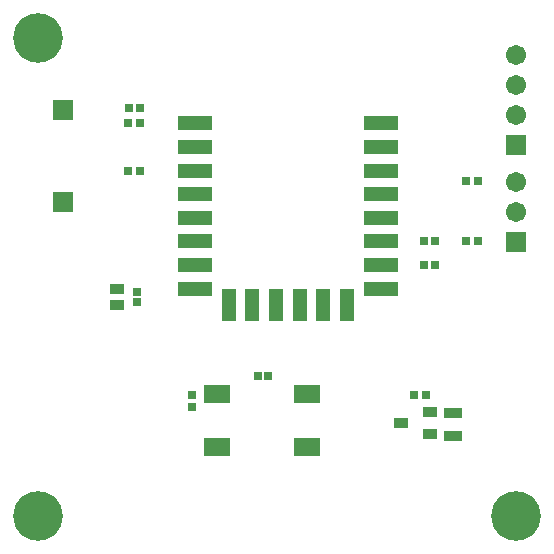
<source format=gts>
G04 Layer_Color=8388736*
%FSTAX24Y24*%
%MOIN*%
G70*
G01*
G75*
%ADD36R,0.0867X0.0592*%
%ADD37R,0.0297X0.0257*%
%ADD38R,0.0297X0.0281*%
%ADD39R,0.0281X0.0297*%
%ADD40R,0.0454X0.0375*%
%ADD41R,0.0257X0.0297*%
%ADD42R,0.0474X0.1064*%
%ADD43R,0.1143X0.0474*%
%ADD44R,0.0671X0.0671*%
%ADD45R,0.0454X0.0356*%
%ADD46R,0.0592X0.0375*%
%ADD47C,0.0671*%
%ADD48C,0.1655*%
D36*
X036417Y029744D02*
D03*
X033425D02*
D03*
X036417Y031516D02*
D03*
X033425Y031516D02*
D03*
D37*
X032598Y031102D02*
D03*
Y031496D02*
D03*
D38*
X035138Y032126D02*
D03*
X034783D02*
D03*
X030846Y041063D02*
D03*
X030492D02*
D03*
D39*
X030748Y034587D02*
D03*
Y034941D02*
D03*
D40*
X030079Y034498D02*
D03*
Y03503D02*
D03*
D41*
X041732Y038622D02*
D03*
X042126D02*
D03*
X040709Y036614D02*
D03*
X040315D02*
D03*
X041732D02*
D03*
X042126D02*
D03*
X040315Y035827D02*
D03*
X040709D02*
D03*
X030472Y038976D02*
D03*
X030866D02*
D03*
X030472Y040551D02*
D03*
X030866D02*
D03*
X040394Y031496D02*
D03*
X04D02*
D03*
D42*
X037756Y034488D02*
D03*
X036969D02*
D03*
X036181D02*
D03*
X035394D02*
D03*
X034606D02*
D03*
X033819D02*
D03*
D43*
X032677Y035039D02*
D03*
Y035827D02*
D03*
Y036614D02*
D03*
Y037402D02*
D03*
Y038189D02*
D03*
Y038976D02*
D03*
Y039764D02*
D03*
Y040551D02*
D03*
X038898Y035039D02*
D03*
Y035827D02*
D03*
Y036614D02*
D03*
Y037402D02*
D03*
Y038189D02*
D03*
Y038976D02*
D03*
Y039764D02*
D03*
Y040551D02*
D03*
D44*
X028307Y040984D02*
D03*
Y037913D02*
D03*
X043386Y036583D02*
D03*
Y039827D02*
D03*
D45*
X040522Y030177D02*
D03*
Y030925D02*
D03*
X039557Y030551D02*
D03*
D46*
X041299Y030906D02*
D03*
Y030118D02*
D03*
D47*
X043386Y038583D02*
D03*
Y037583D02*
D03*
Y040827D02*
D03*
Y041827D02*
D03*
Y042827D02*
D03*
D48*
X043406Y027461D02*
D03*
X027461D02*
D03*
Y043406D02*
D03*
M02*

</source>
